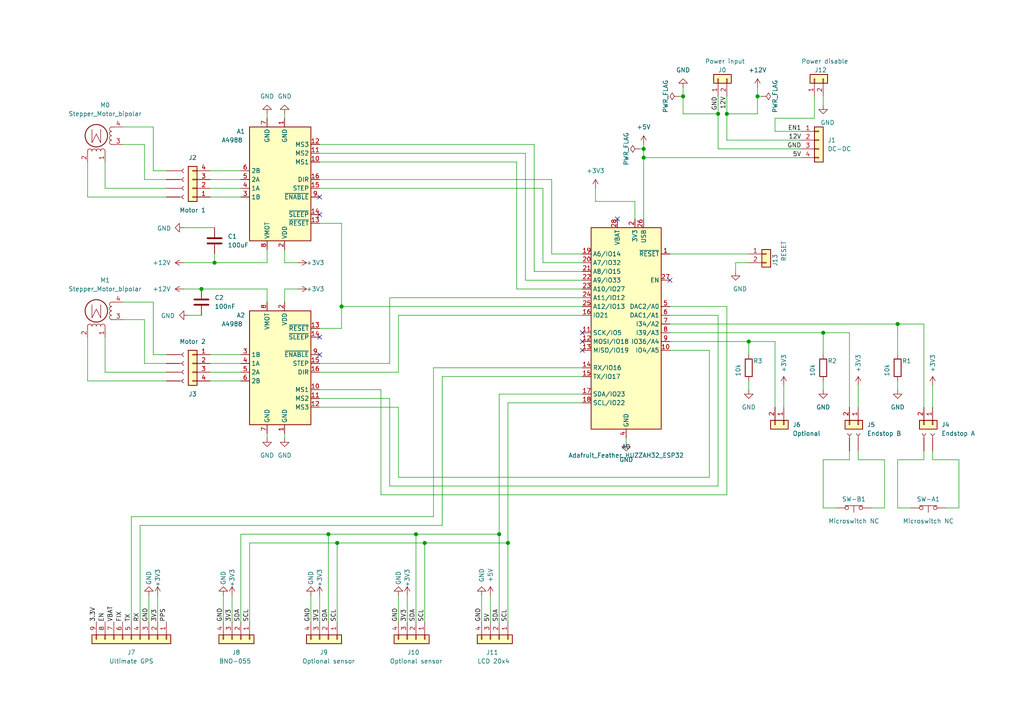
<source format=kicad_sch>
(kicad_sch (version 20210126) (generator eeschema)
  (paper "A4")
  (title_block (title "Satellite Rotator Arduino Controller") (date "2021-03-09") (rev "1.0") (comment 1 "Schematics by LB5ZH"))
  (lib_symbols
    (symbol "Connector:Conn_01x02_Female" (pin_numbers hide) (pin_names (offset 1.016) hide)
      (property "Reference" "J" (at 0 2.54 0))
      (property "Value" "Conn_01x02_Female" (at 0 -5.08 0))
      (symbol "Conn_01x02_Female_1_1"
        (arc (start 0 -2.032) (end 0 -3.048) (radius (at 0 -2.54) (length 0.508) (angles 90.1 -90.1)) (stroke (width 0.1524)))
        (arc (start 0 0.508) (end 0 -0.508) (radius (at 0 0) (length 0.508) (angles 90.1 -90.1)) (stroke (width 0.1524)))
        (polyline (pts (xy -1.27 -2.54) (xy -0.508 -2.54)) (stroke (width 0.1524)))
        (polyline (pts (xy -1.27 0) (xy -0.508 0)) (stroke (width 0.1524)))
        (pin passive line (at -5.08 0 0) (length 3.81) (name "Pin_1") (number "1"))
        (pin passive line (at -5.08 -2.54 0) (length 3.81) (name "Pin_2") (number "2"))
      )
    )
    (symbol "Connector:Conn_01x02_Female_1" (pin_numbers hide) (pin_names (offset 1.016) hide)
      (property "Reference" "J" (at 0 2.54 0))
      (property "Value" "Conn_01x02_Female" (at 0 -5.08 0))
      (symbol "Conn_01x02_Female_1_1_1"
        (arc (start 0 -2.032) (end 0 -3.048) (radius (at 0 -2.54) (length 0.508) (angles 90.1 -90.1)) (stroke (width 0.1524)))
        (arc (start 0 0.508) (end 0 -0.508) (radius (at 0 0) (length 0.508) (angles 90.1 -90.1)) (stroke (width 0.1524)))
        (polyline (pts (xy -1.27 -2.54) (xy -0.508 -2.54)) (stroke (width 0.1524)))
        (polyline (pts (xy -1.27 0) (xy -0.508 0)) (stroke (width 0.1524)))
        (pin passive line (at -5.08 0 0) (length 3.81) (name "Pin_1") (number "1"))
        (pin passive line (at -5.08 -2.54 0) (length 3.81) (name "Pin_2") (number "2"))
      )
    )
    (symbol "Connector:Conn_01x04_Female" (pin_numbers hide) (pin_names (offset 1.016) hide)
      (property "Reference" "J" (at 0 5.08 0))
      (property "Value" "Conn_01x04_Female" (at 0 -7.62 0))
      (symbol "Conn_01x04_Female_1_1"
        (arc (start 0 -4.572) (end 0 -5.588) (radius (at 0 -5.08) (length 0.508) (angles 90.1 -90.1)) (stroke (width 0.1524)))
        (arc (start 0 -2.032) (end 0 -3.048) (radius (at 0 -2.54) (length 0.508) (angles 90.1 -90.1)) (stroke (width 0.1524)))
        (arc (start 0 0.508) (end 0 -0.508) (radius (at 0 0) (length 0.508) (angles 90.1 -90.1)) (stroke (width 0.1524)))
        (arc (start 0 3.048) (end 0 2.032) (radius (at 0 2.54) (length 0.508) (angles 90.1 -90.1)) (stroke (width 0.1524)))
        (polyline (pts (xy -1.27 -5.08) (xy -0.508 -5.08)) (stroke (width 0.1524)))
        (polyline (pts (xy -1.27 -2.54) (xy -0.508 -2.54)) (stroke (width 0.1524)))
        (polyline (pts (xy -1.27 0) (xy -0.508 0)) (stroke (width 0.1524)))
        (polyline (pts (xy -1.27 2.54) (xy -0.508 2.54)) (stroke (width 0.1524)))
        (pin passive line (at -5.08 2.54 0) (length 3.81) (name "Pin_1") (number "1"))
        (pin passive line (at -5.08 0 0) (length 3.81) (name "Pin_2") (number "2"))
        (pin passive line (at -5.08 -2.54 0) (length 3.81) (name "Pin_3") (number "3"))
        (pin passive line (at -5.08 -5.08 0) (length 3.81) (name "Pin_4") (number "4"))
      )
    )
    (symbol "Connector:Conn_01x04_Female_1" (pin_numbers hide) (pin_names (offset 1.016) hide)
      (property "Reference" "J" (at 0 5.08 0))
      (property "Value" "Conn_01x04_Female" (at 0 -7.62 0))
      (symbol "Conn_01x04_Female_1_1_1"
        (arc (start 0 -4.572) (end 0 -5.588) (radius (at 0 -5.08) (length 0.508) (angles 90.1 -90.1)) (stroke (width 0.1524)))
        (arc (start 0 -2.032) (end 0 -3.048) (radius (at 0 -2.54) (length 0.508) (angles 90.1 -90.1)) (stroke (width 0.1524)))
        (arc (start 0 0.508) (end 0 -0.508) (radius (at 0 0) (length 0.508) (angles 90.1 -90.1)) (stroke (width 0.1524)))
        (arc (start 0 3.048) (end 0 2.032) (radius (at 0 2.54) (length 0.508) (angles 90.1 -90.1)) (stroke (width 0.1524)))
        (polyline (pts (xy -1.27 -5.08) (xy -0.508 -5.08)) (stroke (width 0.1524)))
        (polyline (pts (xy -1.27 -2.54) (xy -0.508 -2.54)) (stroke (width 0.1524)))
        (polyline (pts (xy -1.27 0) (xy -0.508 0)) (stroke (width 0.1524)))
        (polyline (pts (xy -1.27 2.54) (xy -0.508 2.54)) (stroke (width 0.1524)))
        (pin passive line (at -5.08 2.54 0) (length 3.81) (name "Pin_1") (number "1"))
        (pin passive line (at -5.08 0 0) (length 3.81) (name "Pin_2") (number "2"))
        (pin passive line (at -5.08 -2.54 0) (length 3.81) (name "Pin_3") (number "3"))
        (pin passive line (at -5.08 -5.08 0) (length 3.81) (name "Pin_4") (number "4"))
      )
    )
    (symbol "Connector_Generic:Conn_01x02" (pin_names (offset 1.016) hide)
      (property "Reference" "J" (at 0 2.54 0))
      (property "Value" "Conn_01x02" (at 0 -5.08 0))
      (symbol "Conn_01x02_1_1"
        (rectangle (start -1.27 -2.413) (end 0 -2.667) (stroke (width 0.1524)))
        (rectangle (start -1.27 0.127) (end 0 -0.127) (stroke (width 0.1524)))
        (rectangle (start -1.27 1.27) (end 1.27 -3.81) (stroke (width 0.254)) (fill (type background)))
        (pin passive line (at -5.08 0 0) (length 3.81) (name "Pin_1") (number "1"))
        (pin passive line (at -5.08 -2.54 0) (length 3.81) (name "Pin_2") (number "2"))
      )
    )
    (symbol "Connector_Generic:Conn_01x04" (pin_names (offset 1.016) hide)
      (property "Reference" "J" (at 0 5.08 0))
      (property "Value" "Conn_01x04" (at 0 -7.62 0))
      (symbol "Conn_01x04_1_1"
        (rectangle (start -1.27 -4.953) (end 0 -5.207) (stroke (width 0.1524)))
        (rectangle (start -1.27 -2.413) (end 0 -2.667) (stroke (width 0.1524)))
        (rectangle (start -1.27 0.127) (end 0 -0.127) (stroke (width 0.1524)))
        (rectangle (start -1.27 2.667) (end 0 2.413) (stroke (width 0.1524)))
        (rectangle (start -1.27 3.81) (end 1.27 -6.35) (stroke (width 0.254)) (fill (type background)))
        (pin passive line (at -5.08 2.54 0) (length 3.81) (name "Pin_1") (number "1"))
        (pin passive line (at -5.08 0 0) (length 3.81) (name "Pin_2") (number "2"))
        (pin passive line (at -5.08 -2.54 0) (length 3.81) (name "Pin_3") (number "3"))
        (pin passive line (at -5.08 -5.08 0) (length 3.81) (name "Pin_4") (number "4"))
      )
    )
    (symbol "Connector_Generic:Conn_01x09" (pin_names (offset 1.016) hide)
      (property "Reference" "J" (at 0 12.7 0))
      (property "Value" "Conn_01x09" (at 0 -12.7 0))
      (symbol "Conn_01x09_1_1"
        (rectangle (start -1.27 -10.033) (end 0 -10.287) (stroke (width 0.1524)))
        (rectangle (start -1.27 -7.493) (end 0 -7.747) (stroke (width 0.1524)))
        (rectangle (start -1.27 -4.953) (end 0 -5.207) (stroke (width 0.1524)))
        (rectangle (start -1.27 -2.413) (end 0 -2.667) (stroke (width 0.1524)))
        (rectangle (start -1.27 0.127) (end 0 -0.127) (stroke (width 0.1524)))
        (rectangle (start -1.27 2.667) (end 0 2.413) (stroke (width 0.1524)))
        (rectangle (start -1.27 5.207) (end 0 4.953) (stroke (width 0.1524)))
        (rectangle (start -1.27 7.747) (end 0 7.493) (stroke (width 0.1524)))
        (rectangle (start -1.27 10.287) (end 0 10.033) (stroke (width 0.1524)))
        (rectangle (start -1.27 11.43) (end 1.27 -11.43) (stroke (width 0.254)) (fill (type background)))
        (pin passive line (at -5.08 10.16 0) (length 3.81) (name "Pin_1") (number "1"))
        (pin passive line (at -5.08 7.62 0) (length 3.81) (name "Pin_2") (number "2"))
        (pin passive line (at -5.08 5.08 0) (length 3.81) (name "Pin_3") (number "3"))
        (pin passive line (at -5.08 2.54 0) (length 3.81) (name "Pin_4") (number "4"))
        (pin passive line (at -5.08 0 0) (length 3.81) (name "Pin_5") (number "5"))
        (pin passive line (at -5.08 -2.54 0) (length 3.81) (name "Pin_6") (number "6"))
        (pin passive line (at -5.08 -5.08 0) (length 3.81) (name "Pin_7") (number "7"))
        (pin passive line (at -5.08 -7.62 0) (length 3.81) (name "Pin_8") (number "8"))
        (pin passive line (at -5.08 -10.16 0) (length 3.81) (name "Pin_9") (number "9"))
      )
    )
    (symbol "Device:C" (pin_numbers hide) (pin_names (offset 0.254))
      (property "Reference" "C" (at 0.635 2.54 0))
      (property "Value" "C" (at 0.635 -2.54 0))
      (symbol "C_0_1"
        (polyline (pts (xy -2.032 -0.762) (xy 2.032 -0.762)) (stroke (width 0.508)))
        (polyline (pts (xy -2.032 0.762) (xy 2.032 0.762)) (stroke (width 0.508)))
      )
      (symbol "C_1_1"
        (pin passive line (at 0 3.81 270) (length 2.794) (name "~") (number "1"))
        (pin passive line (at 0 -3.81 90) (length 2.794) (name "~") (number "2"))
      )
    )
    (symbol "Device:R" (pin_numbers hide) (pin_names (offset 0))
      (property "Reference" "R" (at 2.032 0 90))
      (property "Value" "R" (at 0 0 90))
      (symbol "R_0_1"
        (rectangle (start -1.016 -2.54) (end 1.016 2.54) (stroke (width 0.254)))
      )
      (symbol "R_1_1"
        (pin passive line (at 0 3.81 270) (length 1.27) (name "~") (number "1"))
        (pin passive line (at 0 -3.81 90) (length 1.27) (name "~") (number "2"))
      )
    )
    (symbol "Driver_Motor:Pololu_Breakout_A4988"
      (property "Reference" "A" (at -2.54 19.05 0))
      (property "Value" "Pololu_Breakout_A4988" (at -2.54 16.51 0))
      (symbol "Pololu_Breakout_A4988_0_1"
        (rectangle (start 10.16 -17.78) (end -7.62 15.24) (stroke (width 0.254)) (fill (type background)))
      )
      (symbol "Pololu_Breakout_A4988_1_1"
        (pin power_in line (at 0 -20.32 90) (length 2.54) (name "GND") (number "1"))
        (pin input line (at -10.16 -7.62 0) (length 2.54) (name "MS1") (number "10"))
        (pin input line (at -10.16 -10.16 0) (length 2.54) (name "MS2") (number "11"))
        (pin input line (at -10.16 -12.7 0) (length 2.54) (name "MS3") (number "12"))
        (pin input line (at -10.16 10.16 0) (length 2.54) (name "~RESET") (number "13"))
        (pin input line (at -10.16 7.62 0) (length 2.54) (name "~SLEEP") (number "14"))
        (pin input line (at -10.16 0 0) (length 2.54) (name "STEP") (number "15"))
        (pin input line (at -10.16 -2.54 0) (length 2.54) (name "DIR") (number "16"))
        (pin power_in line (at 0 17.78 270) (length 2.54) (name "VDD") (number "2"))
        (pin output line (at 12.7 2.54 180) (length 2.54) (name "1B") (number "3"))
        (pin output line (at 12.7 0 180) (length 2.54) (name "1A") (number "4"))
        (pin output line (at 12.7 -2.54 180) (length 2.54) (name "2A") (number "5"))
        (pin output line (at 12.7 -5.08 180) (length 2.54) (name "2B") (number "6"))
        (pin power_in line (at 5.08 -20.32 90) (length 2.54) (name "GND") (number "7"))
        (pin power_in line (at 5.08 17.78 270) (length 2.54) (name "VMOT") (number "8"))
        (pin input line (at -10.16 2.54 0) (length 2.54) (name "~ENABLE") (number "9"))
      )
    )
    (symbol "MCU_Module2:Adafruit_Feather_HUZZAH32_ESP32_1"
      (property "Reference" "A0" (at 12.7 26.67 0))
      (property "Value" "Adafruit Feather HUZZAH32 ESP32" (at 24.13 30.48 0))
      (symbol "Adafruit_Feather_HUZZAH32_ESP32_1_0_1"
        (rectangle (start -10.16 27.94) (end 10.16 -30.48) (stroke (width 0.254)) (fill (type background)))
      )
      (symbol "Adafruit_Feather_HUZZAH32_ESP32_1_1_1"
        (pin input line (at 12.7 20.32 180) (length 2.54) (name "~RESET") (number "1"))
        (pin output line (at 12.7 -7.62 180) (length 2.54) (name "IO4/A5") (number "10"))
        (pin bidirectional line (at -12.7 -2.54 0) (length 2.54) (name "SCK/IO5") (number "11"))
        (pin bidirectional line (at -12.7 -5.08 0) (length 2.54) (name "MOSI/IO18") (number "12"))
        (pin bidirectional line (at -12.7 -7.62 0) (length 2.54) (name "MISO/IO19") (number "13"))
        (pin bidirectional line (at -12.7 -12.7 0) (length 2.54) (name "RX/IO16") (number "14"))
        (pin bidirectional line (at -12.7 -15.24 0) (length 2.54) (name "TX/IO17") (number "15"))
        (pin output line (at -12.7 2.54 0) (length 2.54) (name "IO21") (number "16"))
        (pin bidirectional line (at -12.7 -20.32 0) (length 2.54) (name "SDA/IO23") (number "17"))
        (pin bidirectional line (at -12.7 -22.86 0) (length 2.54) (name "SCL/IO22") (number "18"))
        (pin output line (at -12.7 20.32 0) (length 2.54) (name "A6/IO14") (number "19"))
        (pin power_out line (at 2.54 30.48 270) (length 2.54) (name "3V3") (number "2"))
        (pin output line (at -12.7 17.78 0) (length 2.54) (name "A7/IO32") (number "20"))
        (pin output line (at -12.7 15.24 0) (length 2.54) (name "A8/IO15") (number "21"))
        (pin output line (at -12.7 12.7 0) (length 2.54) (name "A9/IO33") (number "22"))
        (pin output line (at -12.7 10.16 0) (length 2.54) (name "A10/IO27") (number "23"))
        (pin output line (at -12.7 7.62 0) (length 2.54) (name "A11/IO12") (number "24"))
        (pin output line (at -12.7 5.08 0) (length 2.54) (name "A12/IO13") (number "25"))
        (pin power_in line (at 5.08 30.48 270) (length 2.54) (name "USB") (number "26"))
        (pin input line (at 12.7 12.7 180) (length 2.54) (name "EN") (number "27"))
        (pin power_in line (at -2.54 30.48 270) (length 2.54) (name "VBAT") (number "28"))
        (pin no_connect line (at 10.16 10.16 180) (length 2.54) hide (name "NC") (number "3"))
        (pin power_in line (at 0 -33.02 90) (length 2.54) (name "GND") (number "4"))
        (pin output line (at 12.7 5.08 180) (length 2.54) (name "DAC2/A0") (number "5"))
        (pin output line (at 12.7 2.54 180) (length 2.54) (name "DAC1/A1") (number "6"))
        (pin bidirectional line (at 12.7 0 180) (length 2.54) (name "I34/A2") (number "7"))
        (pin bidirectional line (at 12.7 -2.54 180) (length 2.54) (name "I39/A3") (number "8"))
        (pin bidirectional line (at 12.7 -5.08 180) (length 2.54) (name "IO36/A4") (number "9"))
      )
    )
    (symbol "Motor:Stepper_Motor_bipolar" (pin_names (offset 0) hide)
      (property "Reference" "M" (at 3.81 2.54 0))
      (property "Value" "Stepper_Motor_bipolar" (at 3.81 1.27 0))
      (symbol "Stepper_Motor_bipolar_0_0"
        (polyline (pts (xy -1.27 -1.778) (xy -1.27 2.032) (xy 0 -0.508) (xy 1.27 2.032) (xy 1.27 -1.778)))
      )
      (symbol "Stepper_Motor_bipolar_0_1"
        (arc (start -4.445 -2.54) (end -4.445 -1.27) (radius (at -4.445 -1.905) (length 0.635) (angles -89.9 89.9)))
        (arc (start -4.445 -1.27) (end -4.445 0) (radius (at -4.445 -0.635) (length 0.635) (angles -89.9 89.9)))
        (arc (start -4.445 0) (end -4.445 1.27) (radius (at -4.445 0.635) (length 0.635) (angles -89.9 89.9)))
        (arc (start -4.445 1.27) (end -4.445 2.54) (radius (at -4.445 1.905) (length 0.635) (angles -89.9 89.9)))
        (arc (start -2.54 4.445) (end -1.27 4.445) (radius (at -1.905 4.445) (length 0.635) (angles -179.9 -0.1)))
        (arc (start -1.27 4.445) (end 0 4.445) (radius (at -0.635 4.445) (length 0.635) (angles -179.9 -0.1)))
        (arc (start 0 4.445) (end 1.27 4.445) (radius (at 0.635 4.445) (length 0.635) (angles -179.9 -0.1)))
        (arc (start 1.27 4.445) (end 2.54 4.445) (radius (at 1.905 4.445) (length 0.635) (angles -179.9 -0.1)))
        (circle (center 0 0) (radius 3.2512) (stroke (width 0.254)))
        (polyline (pts (xy -5.08 -2.54) (xy -4.445 -2.54)))
        (polyline (pts (xy -5.08 2.54) (xy -4.445 2.54)))
        (polyline (pts (xy -2.54 5.08) (xy -2.54 4.445)))
        (polyline (pts (xy 2.54 5.08) (xy 2.54 4.445)))
      )
      (symbol "Stepper_Motor_bipolar_1_1"
        (pin passive line (at -2.54 7.62 270) (length 2.54) (name "~") (number "1"))
        (pin passive line (at 2.54 7.62 270) (length 2.54) (name "-") (number "2"))
        (pin passive line (at -7.62 2.54 0) (length 2.54) (name "~") (number "3"))
        (pin passive line (at -7.62 -2.54 0) (length 2.54) (name "~") (number "4"))
      )
    )
    (symbol "Motor:Stepper_Motor_bipolar_1" (pin_names (offset 0) hide)
      (property "Reference" "M" (at 3.81 2.54 0))
      (property "Value" "Stepper_Motor_bipolar" (at 3.81 1.27 0))
      (symbol "Stepper_Motor_bipolar_1_0_0"
        (polyline (pts (xy -1.27 -1.778) (xy -1.27 2.032) (xy 0 -0.508) (xy 1.27 2.032) (xy 1.27 -1.778)))
      )
      (symbol "Stepper_Motor_bipolar_1_0_1"
        (arc (start -4.445 -2.54) (end -4.445 -1.27) (radius (at -4.445 -1.905) (length 0.635) (angles -89.9 89.9)))
        (arc (start -4.445 -1.27) (end -4.445 0) (radius (at -4.445 -0.635) (length 0.635) (angles -89.9 89.9)))
        (arc (start -4.445 0) (end -4.445 1.27) (radius (at -4.445 0.635) (length 0.635) (angles -89.9 89.9)))
        (arc (start -4.445 1.27) (end -4.445 2.54) (radius (at -4.445 1.905) (length 0.635) (angles -89.9 89.9)))
        (arc (start -2.54 4.445) (end -1.27 4.445) (radius (at -1.905 4.445) (length 0.635) (angles -179.9 -0.1)))
        (arc (start -1.27 4.445) (end 0 4.445) (radius (at -0.635 4.445) (length 0.635) (angles -179.9 -0.1)))
        (arc (start 0 4.445) (end 1.27 4.445) (radius (at 0.635 4.445) (length 0.635) (angles -179.9 -0.1)))
        (arc (start 1.27 4.445) (end 2.54 4.445) (radius (at 1.905 4.445) (length 0.635) (angles -179.9 -0.1)))
        (circle (center 0 0) (radius 3.2512) (stroke (width 0.254)))
        (polyline (pts (xy -5.08 -2.54) (xy -4.445 -2.54)))
        (polyline (pts (xy -5.08 2.54) (xy -4.445 2.54)))
        (polyline (pts (xy -2.54 5.08) (xy -2.54 4.445)))
        (polyline (pts (xy 2.54 5.08) (xy 2.54 4.445)))
      )
      (symbol "Stepper_Motor_bipolar_1_1_1"
        (pin passive line (at -2.54 7.62 270) (length 2.54) (name "~") (number "1"))
        (pin passive line (at 2.54 7.62 270) (length 2.54) (name "-") (number "2"))
        (pin passive line (at -7.62 2.54 0) (length 2.54) (name "~") (number "3"))
        (pin passive line (at -7.62 -2.54 0) (length 2.54) (name "~") (number "4"))
      )
    )
    (symbol "Switch:SW_Push_Open" (pin_numbers hide) (pin_names (offset 1.016) hide)
      (property "Reference" "SW" (at 0 2.54 0))
      (property "Value" "SW_Push_Open" (at 0 -1.905 0))
      (symbol "SW_Push_Open_0_1"
        (circle (center -2.032 0) (radius 0.508))
        (circle (center 2.032 0) (radius 0.508))
        (polyline (pts (xy -2.54 -0.635) (xy 2.54 -0.635)))
        (polyline (pts (xy 0 -0.635) (xy 0 1.27)))
        (pin passive line (at -5.08 0 0) (length 2.54) (name "A") (number "1"))
      )
      (symbol "SW_Push_Open_1_1"
        (pin passive line (at 5.08 0 180) (length 2.54) (name "B") (number "2"))
      )
    )
    (symbol "power:+12V" (power) (pin_names (offset 0))
      (property "Value" "+12V" (at 0 3.556 0))
      (symbol "+12V_0_1"
        (polyline (pts (xy -0.762 1.27) (xy 0 2.54)))
        (polyline (pts (xy 0 0) (xy 0 2.54)))
        (polyline (pts (xy 0 2.54) (xy 0.762 1.27)))
      )
      (symbol "+12V_1_1"
        (pin power_in line (at 0 0 90) (length 0) hide (name "+12V") (number "1"))
      )
    )
    (symbol "power:+3V3" (power) (pin_names (offset 0))
      (property "Value" "+3V3" (at 0 3.556 0))
      (symbol "+3V3_0_1"
        (polyline (pts (xy -0.762 1.27) (xy 0 2.54)))
        (polyline (pts (xy 0 0) (xy 0 2.54)))
        (polyline (pts (xy 0 2.54) (xy 0.762 1.27)))
      )
      (symbol "+3V3_1_1"
        (pin power_in line (at 0 0 90) (length 0) hide (name "+3V3") (number "1"))
      )
    )
    (symbol "power:+5V" (power) (pin_names (offset 0))
      (property "Value" "+5V" (at 0 3.556 0))
      (symbol "+5V_0_1"
        (polyline (pts (xy -0.762 1.27) (xy 0 2.54)))
        (polyline (pts (xy 0 0) (xy 0 2.54)))
        (polyline (pts (xy 0 2.54) (xy 0.762 1.27)))
      )
      (symbol "+5V_1_1"
        (pin power_in line (at 0 0 90) (length 0) hide (name "+5V") (number "1"))
      )
    )
    (symbol "power:GND" (power) (pin_names (offset 0))
      (property "Value" "GND" (at 0 -3.81 0))
      (symbol "GND_0_1"
        (polyline (pts (xy 0 0) (xy 0 -1.27) (xy 1.27 -1.27) (xy 0 -2.54) (xy -1.27 -1.27) (xy 0 -1.27)))
      )
      (symbol "GND_1_1"
        (pin power_in line (at 0 0 270) (length 0) hide (name "GND") (number "1"))
      )
    )
    (symbol "power:PWR_FLAG" (power) (pin_numbers hide) (pin_names (offset 0) hide)
      (property "Value" "PWR_FLAG" (at 0 3.81 0))
      (symbol "PWR_FLAG_0_0"
        (pin power_out line (at 0 0 90) (length 0) (name "pwr") (number "1"))
      )
      (symbol "PWR_FLAG_0_1"
        (polyline (pts (xy 0 0) (xy 0 1.27) (xy -1.016 1.905) (xy 0 2.54) (xy 1.016 1.905) (xy 0 1.27)))
      )
    )
  )
  (junction (at 58.42 83.82) (diameter 1.016))
  (junction (at 62.23 76.2) (diameter 1.016))
  (junction (at 95.25 154.94) (diameter 1.016))
  (junction (at 97.79 157.48) (diameter 1.016))
  (junction (at 99.06 88.9) (diameter 1.016))
  (junction (at 120.65 154.94) (diameter 1.016))
  (junction (at 123.19 157.48) (diameter 1.016))
  (junction (at 144.78 154.94) (diameter 1.016))
  (junction (at 147.32 157.48) (diameter 1.016))
  (junction (at 186.69 43.18) (diameter 1.016))
  (junction (at 186.69 45.72) (diameter 1.016))
  (junction (at 198.12 27.94) (diameter 1.016))
  (junction (at 208.28 33.02) (diameter 1.016))
  (junction (at 210.82 33.02) (diameter 1.016))
  (junction (at 217.17 99.06) (diameter 1.016))
  (junction (at 219.71 27.94) (diameter 1.016))
  (junction (at 238.76 96.52) (diameter 1.016))
  (junction (at 260.35 93.98) (diameter 1.016))
  (no_connect (at 92.71 57.15))
  (no_connect (at 92.71 62.23))
  (no_connect (at 92.71 97.79))
  (no_connect (at 92.71 102.87))
  (no_connect (at 168.91 96.52))
  (no_connect (at 168.91 99.06))
  (no_connect (at 168.91 101.6))
  (no_connect (at 179.07 63.5))
  (no_connect (at 194.31 81.28))
  (wire (pts (xy 25.4 46.99) (xy 25.4 57.15)))
  (wire (pts (xy 25.4 57.15) (xy 48.26 57.15)))
  (wire (pts (xy 25.4 97.79) (xy 25.4 110.49)))
  (wire (pts (xy 25.4 110.49) (xy 48.26 110.49)))
  (wire (pts (xy 30.48 46.99) (xy 30.48 54.61)))
  (wire (pts (xy 30.48 54.61) (xy 48.26 54.61)))
  (wire (pts (xy 30.48 97.79) (xy 30.48 107.95)))
  (wire (pts (xy 30.48 107.95) (xy 48.26 107.95)))
  (wire (pts (xy 35.56 36.83) (xy 44.45 36.83)))
  (wire (pts (xy 35.56 41.91) (xy 41.91 41.91)))
  (wire (pts (xy 35.56 87.63) (xy 44.45 87.63)))
  (wire (pts (xy 35.56 92.71) (xy 41.91 92.71)))
  (wire (pts (xy 38.1 149.86) (xy 38.1 180.34)))
  (wire (pts (xy 38.1 149.86) (xy 125.73 149.86)))
  (wire (pts (xy 40.64 152.4) (xy 40.64 180.34)))
  (wire (pts (xy 41.91 41.91) (xy 41.91 52.07)))
  (wire (pts (xy 41.91 52.07) (xy 48.26 52.07)))
  (wire (pts (xy 41.91 92.71) (xy 41.91 105.41)))
  (wire (pts (xy 41.91 105.41) (xy 48.26 105.41)))
  (wire (pts (xy 43.18 172.72) (xy 43.18 180.34)))
  (wire (pts (xy 44.45 36.83) (xy 44.45 49.53)))
  (wire (pts (xy 44.45 49.53) (xy 48.26 49.53)))
  (wire (pts (xy 44.45 87.63) (xy 44.45 102.87)))
  (wire (pts (xy 44.45 102.87) (xy 48.26 102.87)))
  (wire (pts (xy 45.72 172.72) (xy 45.72 180.34)))
  (wire (pts (xy 53.34 66.04) (xy 62.23 66.04)))
  (wire (pts (xy 53.34 76.2) (xy 62.23 76.2)))
  (wire (pts (xy 53.34 83.82) (xy 58.42 83.82)))
  (wire (pts (xy 54.61 91.44) (xy 58.42 91.44)))
  (wire (pts (xy 58.42 83.82) (xy 77.47 83.82)))
  (wire (pts (xy 60.96 49.53) (xy 69.85 49.53)))
  (wire (pts (xy 60.96 52.07) (xy 69.85 52.07)))
  (wire (pts (xy 60.96 54.61) (xy 69.85 54.61)))
  (wire (pts (xy 60.96 57.15) (xy 69.85 57.15)))
  (wire (pts (xy 60.96 102.87) (xy 69.85 102.87)))
  (wire (pts (xy 60.96 105.41) (xy 69.85 105.41)))
  (wire (pts (xy 60.96 107.95) (xy 69.85 107.95)))
  (wire (pts (xy 60.96 110.49) (xy 69.85 110.49)))
  (wire (pts (xy 62.23 73.66) (xy 62.23 76.2)))
  (wire (pts (xy 62.23 76.2) (xy 77.47 76.2)))
  (wire (pts (xy 64.77 172.72) (xy 64.77 180.34)))
  (wire (pts (xy 67.31 172.72) (xy 67.31 180.34)))
  (wire (pts (xy 69.85 154.94) (xy 95.25 154.94)))
  (wire (pts (xy 69.85 180.34) (xy 69.85 154.94)))
  (wire (pts (xy 72.39 157.48) (xy 97.79 157.48)))
  (wire (pts (xy 72.39 180.34) (xy 72.39 157.48)))
  (wire (pts (xy 77.47 33.02) (xy 77.47 34.29)))
  (wire (pts (xy 77.47 72.39) (xy 77.47 76.2)))
  (wire (pts (xy 77.47 87.63) (xy 77.47 83.82)))
  (wire (pts (xy 77.47 125.73) (xy 77.47 127)))
  (wire (pts (xy 82.55 33.02) (xy 82.55 34.29)))
  (wire (pts (xy 82.55 72.39) (xy 82.55 76.2)))
  (wire (pts (xy 82.55 76.2) (xy 86.36 76.2)))
  (wire (pts (xy 82.55 83.82) (xy 86.36 83.82)))
  (wire (pts (xy 82.55 87.63) (xy 82.55 83.82)))
  (wire (pts (xy 82.55 125.73) (xy 82.55 127)))
  (wire (pts (xy 90.17 172.72) (xy 90.17 180.34)))
  (wire (pts (xy 92.71 41.91) (xy 154.94 41.91)))
  (wire (pts (xy 92.71 44.45) (xy 152.4 44.45)))
  (wire (pts (xy 92.71 46.99) (xy 149.86 46.99)))
  (wire (pts (xy 92.71 52.07) (xy 160.02 52.07)))
  (wire (pts (xy 92.71 54.61) (xy 157.48 54.61)))
  (wire (pts (xy 92.71 64.77) (xy 99.06 64.77)))
  (wire (pts (xy 92.71 95.25) (xy 99.06 95.25)))
  (wire (pts (xy 92.71 105.41) (xy 113.03 105.41)))
  (wire (pts (xy 92.71 107.95) (xy 115.57 107.95)))
  (wire (pts (xy 92.71 113.03) (xy 110.49 113.03)))
  (wire (pts (xy 92.71 115.57) (xy 113.03 115.57)))
  (wire (pts (xy 92.71 118.11) (xy 115.57 118.11)))
  (wire (pts (xy 92.71 172.72) (xy 92.71 180.34)))
  (wire (pts (xy 95.25 154.94) (xy 95.25 180.34)))
  (wire (pts (xy 95.25 154.94) (xy 120.65 154.94)))
  (wire (pts (xy 97.79 157.48) (xy 97.79 180.34)))
  (wire (pts (xy 97.79 157.48) (xy 123.19 157.48)))
  (wire (pts (xy 99.06 64.77) (xy 99.06 88.9)))
  (wire (pts (xy 99.06 88.9) (xy 99.06 95.25)))
  (wire (pts (xy 110.49 113.03) (xy 110.49 143.51)))
  (wire (pts (xy 113.03 86.36) (xy 113.03 105.41)))
  (wire (pts (xy 113.03 140.97) (xy 113.03 115.57)))
  (wire (pts (xy 115.57 91.44) (xy 115.57 107.95)))
  (wire (pts (xy 115.57 138.43) (xy 115.57 118.11)))
  (wire (pts (xy 115.57 172.72) (xy 115.57 180.34)))
  (wire (pts (xy 118.11 172.72) (xy 118.11 180.34)))
  (wire (pts (xy 120.65 154.94) (xy 144.78 154.94)))
  (wire (pts (xy 120.65 180.34) (xy 120.65 154.94)))
  (wire (pts (xy 123.19 157.48) (xy 123.19 180.34)))
  (wire (pts (xy 123.19 157.48) (xy 147.32 157.48)))
  (wire (pts (xy 125.73 106.68) (xy 168.91 106.68)))
  (wire (pts (xy 125.73 149.86) (xy 125.73 106.68)))
  (wire (pts (xy 128.27 109.22) (xy 128.27 152.4)))
  (wire (pts (xy 128.27 152.4) (xy 40.64 152.4)))
  (wire (pts (xy 139.7 172.72) (xy 139.7 180.34)))
  (wire (pts (xy 142.24 172.72) (xy 142.24 180.34)))
  (wire (pts (xy 144.78 114.3) (xy 144.78 154.94)))
  (wire (pts (xy 144.78 114.3) (xy 168.91 114.3)))
  (wire (pts (xy 144.78 154.94) (xy 144.78 180.34)))
  (wire (pts (xy 147.32 116.84) (xy 147.32 157.48)))
  (wire (pts (xy 147.32 116.84) (xy 168.91 116.84)))
  (wire (pts (xy 147.32 157.48) (xy 147.32 180.34)))
  (wire (pts (xy 149.86 46.99) (xy 149.86 83.82)))
  (wire (pts (xy 149.86 83.82) (xy 168.91 83.82)))
  (wire (pts (xy 152.4 44.45) (xy 152.4 81.28)))
  (wire (pts (xy 152.4 81.28) (xy 168.91 81.28)))
  (wire (pts (xy 154.94 41.91) (xy 154.94 78.74)))
  (wire (pts (xy 154.94 78.74) (xy 168.91 78.74)))
  (wire (pts (xy 157.48 54.61) (xy 157.48 76.2)))
  (wire (pts (xy 157.48 76.2) (xy 168.91 76.2)))
  (wire (pts (xy 160.02 52.07) (xy 160.02 73.66)))
  (wire (pts (xy 160.02 73.66) (xy 168.91 73.66)))
  (wire (pts (xy 168.91 86.36) (xy 113.03 86.36)))
  (wire (pts (xy 168.91 88.9) (xy 99.06 88.9)))
  (wire (pts (xy 168.91 91.44) (xy 115.57 91.44)))
  (wire (pts (xy 168.91 109.22) (xy 128.27 109.22)))
  (wire (pts (xy 172.72 54.61) (xy 172.72 58.42)))
  (wire (pts (xy 172.72 58.42) (xy 184.15 58.42)))
  (wire (pts (xy 181.61 127) (xy 181.61 128.27)))
  (wire (pts (xy 184.15 58.42) (xy 184.15 63.5)))
  (wire (pts (xy 185.42 43.18) (xy 186.69 43.18)))
  (wire (pts (xy 186.69 41.91) (xy 186.69 43.18)))
  (wire (pts (xy 186.69 43.18) (xy 186.69 45.72)))
  (wire (pts (xy 186.69 45.72) (xy 186.69 63.5)))
  (wire (pts (xy 186.69 45.72) (xy 232.41 45.72)))
  (wire (pts (xy 194.31 73.66) (xy 217.17 73.66)))
  (wire (pts (xy 194.31 88.9) (xy 210.82 88.9)))
  (wire (pts (xy 194.31 91.44) (xy 208.28 91.44)))
  (wire (pts (xy 194.31 93.98) (xy 260.35 93.98)))
  (wire (pts (xy 194.31 96.52) (xy 238.76 96.52)))
  (wire (pts (xy 194.31 99.06) (xy 217.17 99.06)))
  (wire (pts (xy 194.31 101.6) (xy 205.74 101.6)))
  (wire (pts (xy 196.85 27.94) (xy 198.12 27.94)))
  (wire (pts (xy 198.12 25.4) (xy 198.12 27.94)))
  (wire (pts (xy 198.12 27.94) (xy 198.12 33.02)))
  (wire (pts (xy 198.12 33.02) (xy 208.28 33.02)))
  (wire (pts (xy 205.74 101.6) (xy 205.74 138.43)))
  (wire (pts (xy 205.74 138.43) (xy 115.57 138.43)))
  (wire (pts (xy 208.28 27.94) (xy 208.28 33.02)))
  (wire (pts (xy 208.28 33.02) (xy 208.28 43.18)))
  (wire (pts (xy 208.28 43.18) (xy 232.41 43.18)))
  (wire (pts (xy 208.28 91.44) (xy 208.28 140.97)))
  (wire (pts (xy 208.28 140.97) (xy 113.03 140.97)))
  (wire (pts (xy 210.82 27.94) (xy 210.82 33.02)))
  (wire (pts (xy 210.82 33.02) (xy 210.82 40.64)))
  (wire (pts (xy 210.82 33.02) (xy 219.71 33.02)))
  (wire (pts (xy 210.82 40.64) (xy 232.41 40.64)))
  (wire (pts (xy 210.82 88.9) (xy 210.82 143.51)))
  (wire (pts (xy 210.82 143.51) (xy 110.49 143.51)))
  (wire (pts (xy 213.36 76.2) (xy 213.36 78.74)))
  (wire (pts (xy 217.17 76.2) (xy 213.36 76.2)))
  (wire (pts (xy 217.17 99.06) (xy 217.17 102.87)))
  (wire (pts (xy 217.17 99.06) (xy 224.79 99.06)))
  (wire (pts (xy 217.17 110.49) (xy 217.17 113.03)))
  (wire (pts (xy 219.71 25.4) (xy 219.71 27.94)))
  (wire (pts (xy 219.71 27.94) (xy 219.71 33.02)))
  (wire (pts (xy 219.71 27.94) (xy 220.98 27.94)))
  (wire (pts (xy 224.79 34.29) (xy 236.22 34.29)))
  (wire (pts (xy 224.79 38.1) (xy 224.79 34.29)))
  (wire (pts (xy 224.79 99.06) (xy 224.79 118.11)))
  (wire (pts (xy 227.33 111.76) (xy 227.33 118.11)))
  (wire (pts (xy 232.41 38.1) (xy 224.79 38.1)))
  (wire (pts (xy 236.22 27.94) (xy 236.22 34.29)))
  (wire (pts (xy 238.76 27.94) (xy 238.76 30.48)))
  (wire (pts (xy 238.76 96.52) (xy 238.76 102.87)))
  (wire (pts (xy 238.76 96.52) (xy 246.38 96.52)))
  (wire (pts (xy 238.76 110.49) (xy 238.76 113.03)))
  (wire (pts (xy 238.76 133.35) (xy 238.76 147.32)))
  (wire (pts (xy 238.76 147.32) (xy 242.57 147.32)))
  (wire (pts (xy 246.38 96.52) (xy 246.38 118.11)))
  (wire (pts (xy 246.38 130.81) (xy 246.38 133.35)))
  (wire (pts (xy 246.38 133.35) (xy 238.76 133.35)))
  (wire (pts (xy 248.92 111.76) (xy 248.92 118.11)))
  (wire (pts (xy 248.92 130.81) (xy 248.92 133.35)))
  (wire (pts (xy 248.92 133.35) (xy 256.54 133.35)))
  (wire (pts (xy 252.73 147.32) (xy 256.54 147.32)))
  (wire (pts (xy 256.54 133.35) (xy 256.54 147.32)))
  (wire (pts (xy 260.35 93.98) (xy 260.35 102.87)))
  (wire (pts (xy 260.35 93.98) (xy 267.97 93.98)))
  (wire (pts (xy 260.35 110.49) (xy 260.35 113.03)))
  (wire (pts (xy 260.35 133.35) (xy 260.35 147.32)))
  (wire (pts (xy 260.35 147.32) (xy 264.16 147.32)))
  (wire (pts (xy 267.97 93.98) (xy 267.97 118.11)))
  (wire (pts (xy 267.97 130.81) (xy 267.97 133.35)))
  (wire (pts (xy 267.97 133.35) (xy 260.35 133.35)))
  (wire (pts (xy 270.51 111.76) (xy 270.51 118.11)))
  (wire (pts (xy 270.51 130.81) (xy 270.51 133.35)))
  (wire (pts (xy 270.51 133.35) (xy 278.13 133.35)))
  (wire (pts (xy 274.32 147.32) (xy 278.13 147.32)))
  (wire (pts (xy 278.13 133.35) (xy 278.13 147.32)))
  (label "3.3V" (at 27.94 180.34 90))
  (label "EN" (at 30.48 180.34 90))
  (label "VBAT" (at 33.02 180.34 90))
  (label "FIX" (at 35.56 180.34 90))
  (label "TX" (at 38.1 180.34 90))
  (label "RX" (at 40.64 180.34 90))
  (label "GND" (at 43.18 180.34 90))
  (label "3V3" (at 45.72 180.34 90))
  (label "PPS" (at 48.26 180.34 90))
  (label "GND" (at 64.77 180.34 90))
  (label "3V3" (at 67.31 180.34 90))
  (label "SDA" (at 69.85 180.34 90))
  (label "SCL" (at 72.39 180.34 90))
  (label "GND" (at 90.17 180.34 90))
  (label "3V3" (at 92.71 180.34 90))
  (label "SDA" (at 95.25 180.34 90))
  (label "SCL" (at 97.79 180.34 90))
  (label "GND" (at 115.57 180.34 90))
  (label "3V3" (at 118.11 180.34 90))
  (label "SDA" (at 120.65 180.34 90))
  (label "SCL" (at 123.19 180.34 90))
  (label "GND" (at 139.7 180.34 90))
  (label "5V" (at 142.24 180.34 90))
  (label "SDA" (at 144.78 180.34 90))
  (label "SCL" (at 147.32 180.34 90))
  (label "GND" (at 208.28 27.94 270))
  (label "12V" (at 210.82 27.94 270))
  (label "EN1" (at 232.41 38.1 180))
  (label "12V" (at 232.41 40.64 180))
  (label "GND" (at 232.41 43.18 180))
  (label "5V" (at 232.41 45.72 180))
  (symbol (lib_id "power:PWR_FLAG") (at 185.42 43.18 90) (unit 1)
    (property "Reference" "#FLG0102" (effects hide))
    (property "Value" "PWR_FLAG" (at 181.61 43.18 0))
  )
  (symbol (lib_id "power:PWR_FLAG") (at 196.85 27.94 90) (unit 1)
    (property "Reference" "#FLG0104" (effects hide))
    (property "Value" "PWR_FLAG" (at 193.04 27.94 0))
  )
  (symbol (lib_id "power:PWR_FLAG") (at 220.98 27.94 270) (unit 1)
    (property "Reference" "#FLG0101" (effects hide))
    (property "Value" "PWR_FLAG" (at 224.79 27.94 0))
  )
  (symbol (lib_id "power:+3V3") (at 45.72 172.72 0) (unit 1)
    (property "Reference" "#PWR0112" (effects hide))
    (property "Value" "+3V3" (at 45.72 167.64 90))
  )
  (symbol (lib_id "power:+12V") (at 53.34 76.2 90) (unit 1)
    (property "Reference" "#PWR0110" (effects hide))
    (property "Value" "+12V" (at 49.53 76.2 90) (effects (justify left)))
  )
  (symbol (lib_id "power:+12V") (at 53.34 83.82 90) (unit 1)
    (property "Reference" "#PWR0129" (effects hide))
    (property "Value" "+12V" (at 49.53 83.82 90) (effects (justify left)))
  )
  (symbol (lib_id "power:+3V3") (at 67.31 172.72 0) (unit 1)
    (property "Reference" "#PWR0116" (effects hide))
    (property "Value" "+3V3" (at 67.31 167.64 90))
  )
  (symbol (lib_id "power:+3V3") (at 86.36 76.2 270) (unit 1)
    (property "Reference" "#PWR0122" (effects hide))
    (property "Value" "+3V3" (at 91.44 76.2 90))
  )
  (symbol (lib_id "power:+3V3") (at 86.36 83.82 270) (unit 1)
    (property "Reference" "#PWR0128" (effects hide))
    (property "Value" "+3V3" (at 91.44 83.82 90))
  )
  (symbol (lib_id "power:+3V3") (at 92.71 172.72 0) (unit 1)
    (property "Reference" "#PWR0125" (effects hide))
    (property "Value" "+3V3" (at 92.71 167.64 90))
  )
  (symbol (lib_id "power:+3V3") (at 118.11 172.72 0) (unit 1)
    (property "Reference" "#PWR0121" (effects hide))
    (property "Value" "+3V3" (at 118.11 167.64 90))
  )
  (symbol (lib_id "power:+5V") (at 142.24 172.72 0) (unit 1)
    (property "Reference" "#PWR0114" (effects hide))
    (property "Value" "+5V" (at 142.24 168.91 90) (effects (justify left)))
  )
  (symbol (lib_id "power:+3V3") (at 172.72 54.61 0) (unit 1)
    (property "Reference" "#PWR0118" (effects hide))
    (property "Value" "+3V3" (at 172.72 49.53 0))
  )
  (symbol (lib_id "power:+5V") (at 186.69 41.91 0) (unit 1)
    (property "Reference" "#PWR0117" (effects hide))
    (property "Value" "+5V" (at 186.69 36.83 0))
  )
  (symbol (lib_id "power:+12V") (at 219.71 25.4 0) (unit 1)
    (property "Reference" "#PWR0103" (effects hide))
    (property "Value" "+12V" (at 219.71 20.32 0))
  )
  (symbol (lib_id "power:+3V3") (at 227.33 111.76 0) (unit 1)
    (property "Reference" "#PWR0126" (effects hide))
    (property "Value" "+3V3" (at 227.33 105.41 90))
  )
  (symbol (lib_id "power:+3V3") (at 248.92 111.76 0) (unit 1)
    (property "Reference" "#PWR0119" (effects hide))
    (property "Value" "+3V3" (at 248.92 105.41 90))
  )
  (symbol (lib_id "power:+3V3") (at 270.51 111.76 0) (unit 1)
    (property "Reference" "#PWR0120" (effects hide))
    (property "Value" "+3V3" (at 270.51 105.41 90))
  )
  (symbol (lib_id "power:GND") (at 43.18 172.72 180) (unit 1)
    (property "Reference" "#PWR0111" (effects hide))
    (property "Value" "GND" (at 43.18 167.64 90))
  )
  (symbol (lib_id "power:GND") (at 53.34 66.04 270) (unit 1)
    (property "Reference" "#PWR0133" (effects hide))
    (property "Value" "GND" (at 49.6265 66.2344 90) (effects (justify right)))
  )
  (symbol (lib_id "power:GND") (at 54.61 91.44 270) (unit 1)
    (property "Reference" "#PWR0132" (effects hide))
    (property "Value" "GND" (at 50.7287 91.5856 90) (effects (justify right)))
  )
  (symbol (lib_id "power:GND") (at 64.77 172.72 180) (unit 1)
    (property "Reference" "#PWR0115" (effects hide))
    (property "Value" "GND" (at 64.77 167.64 90))
  )
  (symbol (lib_id "power:GND") (at 77.47 33.02 180) (unit 1)
    (property "Reference" "#PWR0109" (effects hide))
    (property "Value" "GND" (at 77.47 27.94 0))
  )
  (symbol (lib_id "power:GND") (at 77.47 127 0) (unit 1)
    (property "Reference" "#PWR0101" (effects hide))
    (property "Value" "GND" (at 77.47 132.08 0))
  )
  (symbol (lib_id "power:GND") (at 82.55 33.02 180) (unit 1)
    (property "Reference" "#PWR0108" (effects hide))
    (property "Value" "GND" (at 82.55 27.94 0))
  )
  (symbol (lib_id "power:GND") (at 82.55 127 0) (unit 1)
    (property "Reference" "#PWR0102" (effects hide))
    (property "Value" "GND" (at 82.55 132.08 0))
  )
  (symbol (lib_id "power:GND") (at 90.17 172.72 180) (unit 1)
    (property "Reference" "#PWR0124" (effects hide))
    (property "Value" "GND" (at 90.17 167.64 90))
  )
  (symbol (lib_id "power:GND") (at 115.57 172.72 180) (unit 1)
    (property "Reference" "#PWR0123" (effects hide))
    (property "Value" "GND" (at 115.57 167.64 90))
  )
  (symbol (lib_id "power:GND") (at 139.7 172.72 180) (unit 1)
    (property "Reference" "#PWR0107" (effects hide))
    (property "Value" "GND" (at 139.7 168.91 90) (effects (justify right)))
  )
  (symbol (lib_id "power:GND") (at 181.61 128.27 0) (unit 1)
    (property "Reference" "#PWR0105" (effects hide))
    (property "Value" "GND" (at 181.61 133.35 0))
  )
  (symbol (lib_id "power:GND") (at 198.12 25.4 180) (unit 1)
    (property "Reference" "#PWR0104" (effects hide))
    (property "Value" "GND" (at 198.12 20.32 0))
  )
  (symbol (lib_id "power:GND") (at 213.36 78.74 0) (unit 1)
    (property "Reference" "#PWR0130" (effects hide))
    (property "Value" "GND" (at 214.63 83.82 0))
  )
  (symbol (lib_id "power:GND") (at 217.17 113.03 0) (unit 1)
    (property "Reference" "#PWR0127" (effects hide))
    (property "Value" "GND" (at 217.17 118.11 0))
  )
  (symbol (lib_id "power:GND") (at 238.76 30.48 0) (unit 1)
    (property "Reference" "#PWR0131" (effects hide))
    (property "Value" "GND" (at 240.03 35.56 0))
  )
  (symbol (lib_id "power:GND") (at 238.76 113.03 0) (unit 1)
    (property "Reference" "#PWR0106" (effects hide))
    (property "Value" "GND" (at 238.76 118.11 0))
  )
  (symbol (lib_id "power:GND") (at 260.35 113.03 0) (unit 1)
    (property "Reference" "#PWR0113" (effects hide))
    (property "Value" "GND" (at 260.35 118.11 0))
  )
  (symbol (lib_id "Device:R") (at 217.17 106.68 0) (unit 1)
    (property "Reference" "R3" (at 218.44 105.41 0) (effects (justify left bottom)))
    (property "Value" "10k" (at 213.36 109.22 90) (effects (justify left top)))
    (property "Footprint" "Resistor_THT:R_Axial_DIN0207_L6.3mm_D2.5mm_P10.16mm_Horizontal" (effects hide))
  )
  (symbol (lib_id "Device:R") (at 238.76 106.68 0) (unit 1)
    (property "Reference" "R2" (at 240.03 105.41 0) (effects (justify left bottom)))
    (property "Value" "10k" (at 234.95 109.22 90) (effects (justify left top)))
    (property "Footprint" "Resistor_THT:R_Axial_DIN0207_L6.3mm_D2.5mm_P10.16mm_Horizontal" (effects hide))
  )
  (symbol (lib_id "Device:R") (at 260.35 106.68 0) (unit 1)
    (property "Reference" "R1" (at 261.62 105.41 0) (effects (justify left bottom)))
    (property "Value" "10k" (at 256.54 109.22 90) (effects (justify left top)))
    (property "Footprint" "Resistor_THT:R_Axial_DIN0207_L6.3mm_D2.5mm_P10.16mm_Horizontal" (effects hide))
  )
  (symbol (lib_name "Connector:Conn_01x02_Female_1") (lib_id "Connector:Conn_01x02_Female") (at 246.38 125.73 90) (unit 1) (on_board no)
    (property "Reference" "J23" (effects hide))
    (property "Value" "Conn_01x02_Female" (effects hide))
  )
  (symbol (lib_id "Connector:Conn_01x02_Female") (at 267.97 125.73 90) (unit 1) (on_board no)
    (property "Reference" "J24" (effects hide))
    (property "Value" "Conn_01x02_Female" (effects hide))
  )
  (symbol (lib_id "Switch:SW_Push_Open") (at 247.65 147.32 180) (unit 1) (on_board no)
    (property "Reference" "SW-B1" (at 247.65 144.78 0))
    (property "Value" "Microswitch NC" (at 247.65 151.13 0))
  )
  (symbol (lib_id "Switch:SW_Push_Open") (at 269.24 147.32 180) (unit 1) (on_board no)
    (property "Reference" "SW-A1" (at 269.24 144.78 0))
    (property "Value" "Microswitch NC" (at 269.24 151.13 0))
  )
  (symbol (lib_id "Connector_Generic:Conn_01x02") (at 208.28 22.86 90) (unit 1)
    (property "Reference" "J0" (at 208.28 20.32 90) (effects (justify right)))
    (property "Value" "Power input" (at 204.47 17.78 90) (effects (justify right)))
    (property "Footprint" "Connector_Phoenix_MC_HighVoltage:PhoenixContact_MCV_1,5_2-G-5.08_1x02_P5.08mm_Vertical" (effects hide))
  )
  (symbol (lib_id "Connector_Generic:Conn_01x02") (at 222.25 73.66 0) (unit 1)
    (property "Reference" "J13" (at 224.79 73.66 90) (effects (justify right)))
    (property "Value" "RESET" (at 227.33 69.85 90) (effects (justify right)))
    (property "Footprint" "Connector_PinHeader_2.54mm:PinHeader_1x02_P2.54mm_Vertical" (effects hide))
  )
  (symbol (lib_id "Connector_Generic:Conn_01x02") (at 227.33 123.19 270) (unit 1)
    (property "Reference" "J6" (at 229.87 123.19 90) (effects (justify left)))
    (property "Value" "Optional" (at 229.87 125.73 90) (effects (justify left)))
    (property "Footprint" "Connector_PinHeader_2.54mm:PinHeader_1x02_P2.54mm_Vertical" (effects hide))
  )
  (symbol (lib_id "Connector_Generic:Conn_01x02") (at 236.22 22.86 90) (unit 1)
    (property "Reference" "J12" (at 236.22 20.32 90) (effects (justify right)))
    (property "Value" "Power disable" (at 232.41 17.78 90) (effects (justify right)))
    (property "Footprint" "Connector_PinHeader_2.54mm:PinHeader_1x02_P2.54mm_Vertical" (effects hide))
  )
  (symbol (lib_id "Connector_Generic:Conn_01x02") (at 248.92 123.19 270) (unit 1)
    (property "Reference" "J5" (at 251.46 123.19 90) (effects (justify left)))
    (property "Value" "Endstop B" (at 251.46 125.73 90) (effects (justify left)))
    (property "Footprint" "Connector_PinHeader_2.54mm:PinHeader_1x02_P2.54mm_Vertical" (effects hide))
  )
  (symbol (lib_id "Connector_Generic:Conn_01x02") (at 270.51 123.19 270) (unit 1)
    (property "Reference" "J4" (at 273.05 123.19 90) (effects (justify left)))
    (property "Value" "Endstop A" (at 273.05 125.73 90) (effects (justify left)))
    (property "Footprint" "Connector_PinHeader_2.54mm:PinHeader_1x02_P2.54mm_Vertical" (effects hide))
  )
  (symbol (lib_id "Device:C") (at 58.42 87.63 0) (unit 1)
    (property "Reference" "C2" (at 62.23 86.36 0) (effects (justify left)))
    (property "Value" "100nF" (at 62.23 88.9 0) (effects (justify left)))
    (property "Footprint" "Capacitor_THT:C_Disc_D3.0mm_W2.0mm_P2.50mm" (effects hide))
  )
  (symbol (lib_id "Device:C") (at 62.23 69.85 0) (unit 1)
    (property "Reference" "C1" (at 66.04 68.58 0) (effects (justify left)))
    (property "Value" "100uF" (at 66.04 71.12 0) (effects (justify left)))
    (property "Footprint" "Capacitor_THT:CP_Radial_D6.3mm_P2.50mm" (effects hide))
  )
  (symbol (lib_name "Connector:Conn_01x04_Female_1") (lib_id "Connector:Conn_01x04_Female") (at 53.34 54.61 0) (mirror x) (unit 1) (on_board no)
    (property "Reference" "J21" (effects hide))
    (property "Value" "Conn_01x04_Female" (effects hide))
  )
  (symbol (lib_id "Connector:Conn_01x04_Female") (at 53.34 107.95 0) (mirror x) (unit 1) (on_board no)
    (property "Reference" "J22" (effects hide))
    (property "Value" "Conn_01x04_Female" (effects hide))
  )
  (symbol (lib_id "Connector_Generic:Conn_01x04") (at 55.88 54.61 180) (unit 1)
    (property "Reference" "J2" (at 55.88 45.72 0))
    (property "Value" "Motor 1" (at 55.88 60.96 0))
    (property "Footprint" "Connector_PinHeader_2.54mm:PinHeader_1x04_P2.54mm_Vertical" (effects hide))
  )
  (symbol (lib_id "Connector_Generic:Conn_01x04") (at 55.88 105.41 0) (mirror y) (unit 1)
    (property "Reference" "J3" (at 55.88 114.3 0))
    (property "Value" "Motor 2" (at 55.88 99.06 0))
    (property "Footprint" "Connector_PinHeader_2.54mm:PinHeader_1x04_P2.54mm_Vertical" (effects hide))
  )
  (symbol (lib_id "Connector_Generic:Conn_01x04") (at 69.85 185.42 270) (unit 1)
    (property "Reference" "J8" (at 67.31 189.23 90) (effects (justify left)))
    (property "Value" "BNO-055" (at 63.5 191.77 90) (effects (justify left)))
    (property "Footprint" "Connector_PinHeader_2.54mm:PinHeader_1x04_P2.54mm_Vertical" (effects hide))
  )
  (symbol (lib_id "Connector_Generic:Conn_01x04") (at 95.25 185.42 270) (unit 1)
    (property "Reference" "J9" (at 92.71 189.23 90) (effects (justify left)))
    (property "Value" "Optional sensor" (at 87.63 191.77 90) (effects (justify left)))
    (property "Footprint" "Connector_PinHeader_2.54mm:PinHeader_1x04_P2.54mm_Vertical" (effects hide))
  )
  (symbol (lib_id "Connector_Generic:Conn_01x04") (at 120.65 185.42 270) (unit 1)
    (property "Reference" "J10" (at 118.11 189.23 90) (effects (justify left)))
    (property "Value" "Optional sensor" (at 113.03 191.77 90) (effects (justify left)))
    (property "Footprint" "Connector_PinHeader_2.54mm:PinHeader_1x04_P2.54mm_Vertical" (effects hide))
  )
  (symbol (lib_id "Connector_Generic:Conn_01x04") (at 144.78 185.42 270) (unit 1)
    (property "Reference" "J11" (at 140.97 189.23 90) (effects (justify left)))
    (property "Value" "LCD 20x4" (at 138.43 191.77 90) (effects (justify left)))
    (property "Footprint" "Connector_PinHeader_2.54mm:PinHeader_1x04_P2.54mm_Vertical" (effects hide))
  )
  (symbol (lib_id "Connector_Generic:Conn_01x04") (at 237.49 40.64 0) (unit 1)
    (property "Reference" "J1" (at 240.03 40.64 0) (effects (justify left)))
    (property "Value" "DC-DC" (at 240.03 43.18 0) (effects (justify left)))
    (property "Footprint" "Connector_PinHeader_2.54mm:PinHeader_1x04_P2.54mm_Vertical" (effects hide))
  )
  (symbol (lib_name "Motor:Stepper_Motor_bipolar_1") (lib_id "Motor:Stepper_Motor_bipolar") (at 27.94 39.37 180) (unit 1) (on_board no)
    (property "Reference" "M0" (at 30.48 30.48 0))
    (property "Value" "Stepper_Motor_bipolar" (at 30.48 33.02 0))
    (property "Datasheet" "http://www.infineon.com/dgdl/Application-Note-TLE8110EE_driving_UniPolarStepperMotor_V1.1.pdf?fileId=db3a30431be39b97011be5d0aa0a00b0" (effects hide))
  )
  (symbol (lib_id "Motor:Stepper_Motor_bipolar") (at 27.94 90.17 180) (unit 1) (on_board no)
    (property "Reference" "M1" (at 30.48 81.28 0))
    (property "Value" "Stepper_Motor_bipolar" (at 30.48 83.82 0))
    (property "Datasheet" "http://www.infineon.com/dgdl/Application-Note-TLE8110EE_driving_UniPolarStepperMotor_V1.1.pdf?fileId=db3a30431be39b97011be5d0aa0a00b0" (effects hide))
  )
  (symbol (lib_id "Connector_Generic:Conn_01x09") (at 38.1 185.42 270) (unit 1)
    (property "Reference" "J7" (at 38.1 189.23 90))
    (property "Value" "Ultimate GPS" (at 38.1 191.77 90))
    (property "Footprint" "Connector_PinHeader_2.54mm:PinHeader_1x09_P2.54mm_Vertical" (effects hide))
  )
  (symbol (lib_id "Driver_Motor:Pololu_Breakout_A4988") (at 82.55 54.61 180) (unit 1)
    (property "Reference" "A1" (at 69.85 38.1 0))
    (property "Value" "A4988" (at 67.31 40.64 0))
    (property "Footprint" "Module:Pololu_Breakout-16_15.2x20.3mm" (effects hide))
    (property "Datasheet" "https://www.pololu.com/product/2980/pictures" (effects hide))
  )
  (symbol (lib_id "Driver_Motor:Pololu_Breakout_A4988") (at 82.55 105.41 0) (mirror y) (unit 1)
    (property "Reference" "A2" (at 69.85 91.44 0))
    (property "Value" "A4988" (at 67.31 93.98 0))
    (property "Footprint" "Module:Pololu_Breakout-16_15.2x20.3mm" (effects hide))
    (property "Datasheet" "https://www.pololu.com/product/2980/pictures" (effects hide))
  )
  (symbol (lib_name "MCU_Module2:Adafruit_Feather_HUZZAH32_ESP32_1") (lib_id "MCU_Module2:Adafruit_Feather_HUZZAH32_ESP32") (at 181.61 93.98 0) (unit 1)
    (property "Reference" "A0" (at 181.61 129.54 0))
    (property "Value" "Adafruit_Feather_HUZZAH32_ESP32" (at 181.61 132.08 0))
    (property "Footprint" "Module:Adafruit_Feather" (effects hide))
    (property "Datasheet" "https://cdn-learn.adafruit.com/downloads/pdf/adafruit-huzzah32-esp32-feather.pdf" (effects hide))
  )
)
</source>
